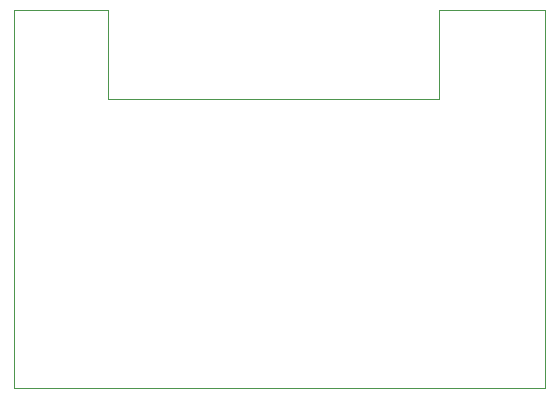
<source format=gbr>
%TF.GenerationSoftware,KiCad,Pcbnew,6.0.0*%
%TF.CreationDate,2022-01-15T12:53:00+01:00*%
%TF.ProjectId,ir_daughter_board,69725f64-6175-4676-9874-65725f626f61,rev?*%
%TF.SameCoordinates,Original*%
%TF.FileFunction,Profile,NP*%
%FSLAX46Y46*%
G04 Gerber Fmt 4.6, Leading zero omitted, Abs format (unit mm)*
G04 Created by KiCad (PCBNEW 6.0.0) date 2022-01-15 12:53:00*
%MOMM*%
%LPD*%
G01*
G04 APERTURE LIST*
%TA.AperFunction,Profile*%
%ADD10C,0.100000*%
%TD*%
G04 APERTURE END LIST*
D10*
X105000000Y-88500000D02*
X133000000Y-88500000D01*
X133000000Y-81000000D02*
X133000000Y-88500000D01*
X142000000Y-81000000D02*
X133000000Y-81000000D01*
X142000000Y-81000000D02*
X142000000Y-113000000D01*
X105000000Y-81000000D02*
X97000000Y-81000000D01*
X105000000Y-88500000D02*
X105000000Y-81000000D01*
X142000000Y-113000000D02*
X97000000Y-113000000D01*
X97000000Y-113000000D02*
X97000000Y-81000000D01*
M02*

</source>
